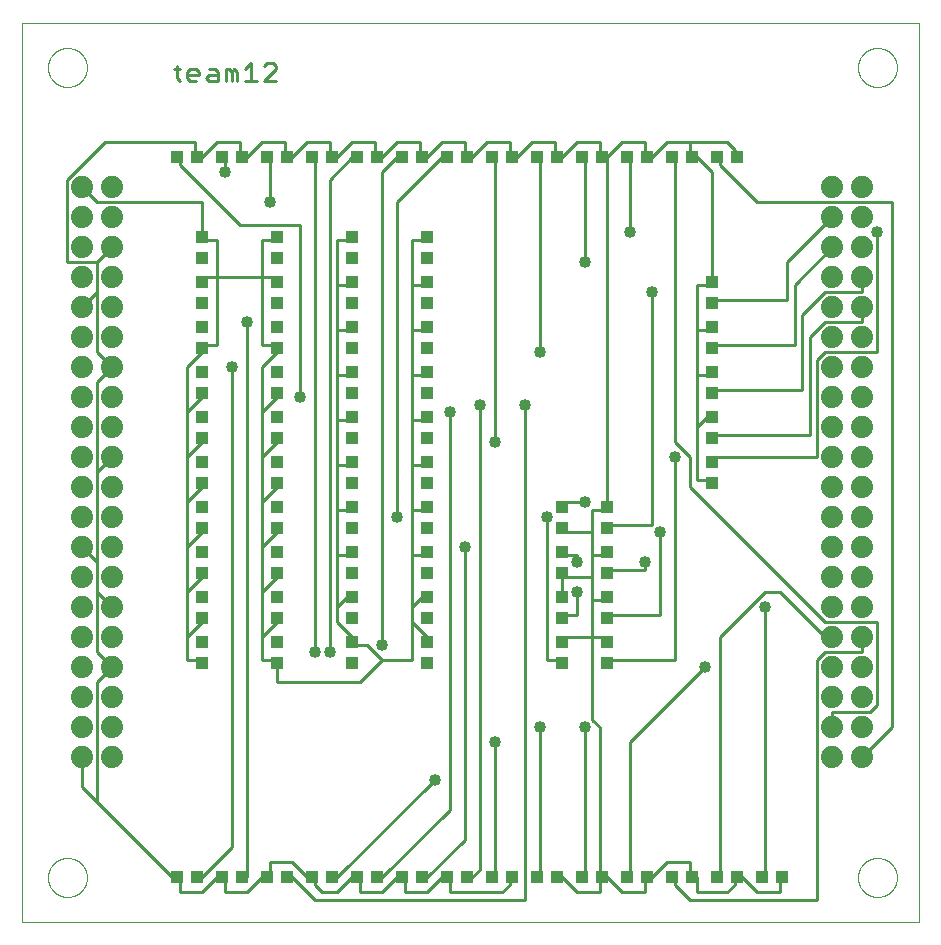
<source format=gtl>
G75*
%MOIN*%
%OFA0B0*%
%FSLAX25Y25*%
%IPPOS*%
%LPD*%
%AMOC8*
5,1,8,0,0,1.08239X$1,22.5*
%
%ADD10C,0.00000*%
%ADD11C,0.01100*%
%ADD12R,0.03937X0.04331*%
%ADD13R,0.04331X0.03937*%
%ADD14C,0.07400*%
%ADD15C,0.01000*%
%ADD16C,0.04000*%
D10*
X0483333Y0001000D02*
X0483333Y0300961D01*
X0782034Y0300961D01*
X0782034Y0001000D01*
X0483333Y0001000D01*
X0491833Y0016000D02*
X0491835Y0016161D01*
X0491841Y0016321D01*
X0491851Y0016482D01*
X0491865Y0016642D01*
X0491883Y0016802D01*
X0491904Y0016961D01*
X0491930Y0017120D01*
X0491960Y0017278D01*
X0491993Y0017435D01*
X0492031Y0017592D01*
X0492072Y0017747D01*
X0492117Y0017901D01*
X0492166Y0018054D01*
X0492219Y0018206D01*
X0492275Y0018357D01*
X0492336Y0018506D01*
X0492399Y0018654D01*
X0492467Y0018800D01*
X0492538Y0018944D01*
X0492612Y0019086D01*
X0492690Y0019227D01*
X0492772Y0019365D01*
X0492857Y0019502D01*
X0492945Y0019636D01*
X0493037Y0019768D01*
X0493132Y0019898D01*
X0493230Y0020026D01*
X0493331Y0020151D01*
X0493435Y0020273D01*
X0493542Y0020393D01*
X0493652Y0020510D01*
X0493765Y0020625D01*
X0493881Y0020736D01*
X0494000Y0020845D01*
X0494121Y0020950D01*
X0494245Y0021053D01*
X0494371Y0021153D01*
X0494499Y0021249D01*
X0494630Y0021342D01*
X0494764Y0021432D01*
X0494899Y0021519D01*
X0495037Y0021602D01*
X0495176Y0021682D01*
X0495318Y0021758D01*
X0495461Y0021831D01*
X0495606Y0021900D01*
X0495753Y0021966D01*
X0495901Y0022028D01*
X0496051Y0022086D01*
X0496202Y0022141D01*
X0496355Y0022192D01*
X0496509Y0022239D01*
X0496664Y0022282D01*
X0496820Y0022321D01*
X0496976Y0022357D01*
X0497134Y0022388D01*
X0497292Y0022416D01*
X0497451Y0022440D01*
X0497611Y0022460D01*
X0497771Y0022476D01*
X0497931Y0022488D01*
X0498092Y0022496D01*
X0498253Y0022500D01*
X0498413Y0022500D01*
X0498574Y0022496D01*
X0498735Y0022488D01*
X0498895Y0022476D01*
X0499055Y0022460D01*
X0499215Y0022440D01*
X0499374Y0022416D01*
X0499532Y0022388D01*
X0499690Y0022357D01*
X0499846Y0022321D01*
X0500002Y0022282D01*
X0500157Y0022239D01*
X0500311Y0022192D01*
X0500464Y0022141D01*
X0500615Y0022086D01*
X0500765Y0022028D01*
X0500913Y0021966D01*
X0501060Y0021900D01*
X0501205Y0021831D01*
X0501348Y0021758D01*
X0501490Y0021682D01*
X0501629Y0021602D01*
X0501767Y0021519D01*
X0501902Y0021432D01*
X0502036Y0021342D01*
X0502167Y0021249D01*
X0502295Y0021153D01*
X0502421Y0021053D01*
X0502545Y0020950D01*
X0502666Y0020845D01*
X0502785Y0020736D01*
X0502901Y0020625D01*
X0503014Y0020510D01*
X0503124Y0020393D01*
X0503231Y0020273D01*
X0503335Y0020151D01*
X0503436Y0020026D01*
X0503534Y0019898D01*
X0503629Y0019768D01*
X0503721Y0019636D01*
X0503809Y0019502D01*
X0503894Y0019365D01*
X0503976Y0019227D01*
X0504054Y0019086D01*
X0504128Y0018944D01*
X0504199Y0018800D01*
X0504267Y0018654D01*
X0504330Y0018506D01*
X0504391Y0018357D01*
X0504447Y0018206D01*
X0504500Y0018054D01*
X0504549Y0017901D01*
X0504594Y0017747D01*
X0504635Y0017592D01*
X0504673Y0017435D01*
X0504706Y0017278D01*
X0504736Y0017120D01*
X0504762Y0016961D01*
X0504783Y0016802D01*
X0504801Y0016642D01*
X0504815Y0016482D01*
X0504825Y0016321D01*
X0504831Y0016161D01*
X0504833Y0016000D01*
X0504831Y0015839D01*
X0504825Y0015679D01*
X0504815Y0015518D01*
X0504801Y0015358D01*
X0504783Y0015198D01*
X0504762Y0015039D01*
X0504736Y0014880D01*
X0504706Y0014722D01*
X0504673Y0014565D01*
X0504635Y0014408D01*
X0504594Y0014253D01*
X0504549Y0014099D01*
X0504500Y0013946D01*
X0504447Y0013794D01*
X0504391Y0013643D01*
X0504330Y0013494D01*
X0504267Y0013346D01*
X0504199Y0013200D01*
X0504128Y0013056D01*
X0504054Y0012914D01*
X0503976Y0012773D01*
X0503894Y0012635D01*
X0503809Y0012498D01*
X0503721Y0012364D01*
X0503629Y0012232D01*
X0503534Y0012102D01*
X0503436Y0011974D01*
X0503335Y0011849D01*
X0503231Y0011727D01*
X0503124Y0011607D01*
X0503014Y0011490D01*
X0502901Y0011375D01*
X0502785Y0011264D01*
X0502666Y0011155D01*
X0502545Y0011050D01*
X0502421Y0010947D01*
X0502295Y0010847D01*
X0502167Y0010751D01*
X0502036Y0010658D01*
X0501902Y0010568D01*
X0501767Y0010481D01*
X0501629Y0010398D01*
X0501490Y0010318D01*
X0501348Y0010242D01*
X0501205Y0010169D01*
X0501060Y0010100D01*
X0500913Y0010034D01*
X0500765Y0009972D01*
X0500615Y0009914D01*
X0500464Y0009859D01*
X0500311Y0009808D01*
X0500157Y0009761D01*
X0500002Y0009718D01*
X0499846Y0009679D01*
X0499690Y0009643D01*
X0499532Y0009612D01*
X0499374Y0009584D01*
X0499215Y0009560D01*
X0499055Y0009540D01*
X0498895Y0009524D01*
X0498735Y0009512D01*
X0498574Y0009504D01*
X0498413Y0009500D01*
X0498253Y0009500D01*
X0498092Y0009504D01*
X0497931Y0009512D01*
X0497771Y0009524D01*
X0497611Y0009540D01*
X0497451Y0009560D01*
X0497292Y0009584D01*
X0497134Y0009612D01*
X0496976Y0009643D01*
X0496820Y0009679D01*
X0496664Y0009718D01*
X0496509Y0009761D01*
X0496355Y0009808D01*
X0496202Y0009859D01*
X0496051Y0009914D01*
X0495901Y0009972D01*
X0495753Y0010034D01*
X0495606Y0010100D01*
X0495461Y0010169D01*
X0495318Y0010242D01*
X0495176Y0010318D01*
X0495037Y0010398D01*
X0494899Y0010481D01*
X0494764Y0010568D01*
X0494630Y0010658D01*
X0494499Y0010751D01*
X0494371Y0010847D01*
X0494245Y0010947D01*
X0494121Y0011050D01*
X0494000Y0011155D01*
X0493881Y0011264D01*
X0493765Y0011375D01*
X0493652Y0011490D01*
X0493542Y0011607D01*
X0493435Y0011727D01*
X0493331Y0011849D01*
X0493230Y0011974D01*
X0493132Y0012102D01*
X0493037Y0012232D01*
X0492945Y0012364D01*
X0492857Y0012498D01*
X0492772Y0012635D01*
X0492690Y0012773D01*
X0492612Y0012914D01*
X0492538Y0013056D01*
X0492467Y0013200D01*
X0492399Y0013346D01*
X0492336Y0013494D01*
X0492275Y0013643D01*
X0492219Y0013794D01*
X0492166Y0013946D01*
X0492117Y0014099D01*
X0492072Y0014253D01*
X0492031Y0014408D01*
X0491993Y0014565D01*
X0491960Y0014722D01*
X0491930Y0014880D01*
X0491904Y0015039D01*
X0491883Y0015198D01*
X0491865Y0015358D01*
X0491851Y0015518D01*
X0491841Y0015679D01*
X0491835Y0015839D01*
X0491833Y0016000D01*
X0761833Y0016000D02*
X0761835Y0016161D01*
X0761841Y0016321D01*
X0761851Y0016482D01*
X0761865Y0016642D01*
X0761883Y0016802D01*
X0761904Y0016961D01*
X0761930Y0017120D01*
X0761960Y0017278D01*
X0761993Y0017435D01*
X0762031Y0017592D01*
X0762072Y0017747D01*
X0762117Y0017901D01*
X0762166Y0018054D01*
X0762219Y0018206D01*
X0762275Y0018357D01*
X0762336Y0018506D01*
X0762399Y0018654D01*
X0762467Y0018800D01*
X0762538Y0018944D01*
X0762612Y0019086D01*
X0762690Y0019227D01*
X0762772Y0019365D01*
X0762857Y0019502D01*
X0762945Y0019636D01*
X0763037Y0019768D01*
X0763132Y0019898D01*
X0763230Y0020026D01*
X0763331Y0020151D01*
X0763435Y0020273D01*
X0763542Y0020393D01*
X0763652Y0020510D01*
X0763765Y0020625D01*
X0763881Y0020736D01*
X0764000Y0020845D01*
X0764121Y0020950D01*
X0764245Y0021053D01*
X0764371Y0021153D01*
X0764499Y0021249D01*
X0764630Y0021342D01*
X0764764Y0021432D01*
X0764899Y0021519D01*
X0765037Y0021602D01*
X0765176Y0021682D01*
X0765318Y0021758D01*
X0765461Y0021831D01*
X0765606Y0021900D01*
X0765753Y0021966D01*
X0765901Y0022028D01*
X0766051Y0022086D01*
X0766202Y0022141D01*
X0766355Y0022192D01*
X0766509Y0022239D01*
X0766664Y0022282D01*
X0766820Y0022321D01*
X0766976Y0022357D01*
X0767134Y0022388D01*
X0767292Y0022416D01*
X0767451Y0022440D01*
X0767611Y0022460D01*
X0767771Y0022476D01*
X0767931Y0022488D01*
X0768092Y0022496D01*
X0768253Y0022500D01*
X0768413Y0022500D01*
X0768574Y0022496D01*
X0768735Y0022488D01*
X0768895Y0022476D01*
X0769055Y0022460D01*
X0769215Y0022440D01*
X0769374Y0022416D01*
X0769532Y0022388D01*
X0769690Y0022357D01*
X0769846Y0022321D01*
X0770002Y0022282D01*
X0770157Y0022239D01*
X0770311Y0022192D01*
X0770464Y0022141D01*
X0770615Y0022086D01*
X0770765Y0022028D01*
X0770913Y0021966D01*
X0771060Y0021900D01*
X0771205Y0021831D01*
X0771348Y0021758D01*
X0771490Y0021682D01*
X0771629Y0021602D01*
X0771767Y0021519D01*
X0771902Y0021432D01*
X0772036Y0021342D01*
X0772167Y0021249D01*
X0772295Y0021153D01*
X0772421Y0021053D01*
X0772545Y0020950D01*
X0772666Y0020845D01*
X0772785Y0020736D01*
X0772901Y0020625D01*
X0773014Y0020510D01*
X0773124Y0020393D01*
X0773231Y0020273D01*
X0773335Y0020151D01*
X0773436Y0020026D01*
X0773534Y0019898D01*
X0773629Y0019768D01*
X0773721Y0019636D01*
X0773809Y0019502D01*
X0773894Y0019365D01*
X0773976Y0019227D01*
X0774054Y0019086D01*
X0774128Y0018944D01*
X0774199Y0018800D01*
X0774267Y0018654D01*
X0774330Y0018506D01*
X0774391Y0018357D01*
X0774447Y0018206D01*
X0774500Y0018054D01*
X0774549Y0017901D01*
X0774594Y0017747D01*
X0774635Y0017592D01*
X0774673Y0017435D01*
X0774706Y0017278D01*
X0774736Y0017120D01*
X0774762Y0016961D01*
X0774783Y0016802D01*
X0774801Y0016642D01*
X0774815Y0016482D01*
X0774825Y0016321D01*
X0774831Y0016161D01*
X0774833Y0016000D01*
X0774831Y0015839D01*
X0774825Y0015679D01*
X0774815Y0015518D01*
X0774801Y0015358D01*
X0774783Y0015198D01*
X0774762Y0015039D01*
X0774736Y0014880D01*
X0774706Y0014722D01*
X0774673Y0014565D01*
X0774635Y0014408D01*
X0774594Y0014253D01*
X0774549Y0014099D01*
X0774500Y0013946D01*
X0774447Y0013794D01*
X0774391Y0013643D01*
X0774330Y0013494D01*
X0774267Y0013346D01*
X0774199Y0013200D01*
X0774128Y0013056D01*
X0774054Y0012914D01*
X0773976Y0012773D01*
X0773894Y0012635D01*
X0773809Y0012498D01*
X0773721Y0012364D01*
X0773629Y0012232D01*
X0773534Y0012102D01*
X0773436Y0011974D01*
X0773335Y0011849D01*
X0773231Y0011727D01*
X0773124Y0011607D01*
X0773014Y0011490D01*
X0772901Y0011375D01*
X0772785Y0011264D01*
X0772666Y0011155D01*
X0772545Y0011050D01*
X0772421Y0010947D01*
X0772295Y0010847D01*
X0772167Y0010751D01*
X0772036Y0010658D01*
X0771902Y0010568D01*
X0771767Y0010481D01*
X0771629Y0010398D01*
X0771490Y0010318D01*
X0771348Y0010242D01*
X0771205Y0010169D01*
X0771060Y0010100D01*
X0770913Y0010034D01*
X0770765Y0009972D01*
X0770615Y0009914D01*
X0770464Y0009859D01*
X0770311Y0009808D01*
X0770157Y0009761D01*
X0770002Y0009718D01*
X0769846Y0009679D01*
X0769690Y0009643D01*
X0769532Y0009612D01*
X0769374Y0009584D01*
X0769215Y0009560D01*
X0769055Y0009540D01*
X0768895Y0009524D01*
X0768735Y0009512D01*
X0768574Y0009504D01*
X0768413Y0009500D01*
X0768253Y0009500D01*
X0768092Y0009504D01*
X0767931Y0009512D01*
X0767771Y0009524D01*
X0767611Y0009540D01*
X0767451Y0009560D01*
X0767292Y0009584D01*
X0767134Y0009612D01*
X0766976Y0009643D01*
X0766820Y0009679D01*
X0766664Y0009718D01*
X0766509Y0009761D01*
X0766355Y0009808D01*
X0766202Y0009859D01*
X0766051Y0009914D01*
X0765901Y0009972D01*
X0765753Y0010034D01*
X0765606Y0010100D01*
X0765461Y0010169D01*
X0765318Y0010242D01*
X0765176Y0010318D01*
X0765037Y0010398D01*
X0764899Y0010481D01*
X0764764Y0010568D01*
X0764630Y0010658D01*
X0764499Y0010751D01*
X0764371Y0010847D01*
X0764245Y0010947D01*
X0764121Y0011050D01*
X0764000Y0011155D01*
X0763881Y0011264D01*
X0763765Y0011375D01*
X0763652Y0011490D01*
X0763542Y0011607D01*
X0763435Y0011727D01*
X0763331Y0011849D01*
X0763230Y0011974D01*
X0763132Y0012102D01*
X0763037Y0012232D01*
X0762945Y0012364D01*
X0762857Y0012498D01*
X0762772Y0012635D01*
X0762690Y0012773D01*
X0762612Y0012914D01*
X0762538Y0013056D01*
X0762467Y0013200D01*
X0762399Y0013346D01*
X0762336Y0013494D01*
X0762275Y0013643D01*
X0762219Y0013794D01*
X0762166Y0013946D01*
X0762117Y0014099D01*
X0762072Y0014253D01*
X0762031Y0014408D01*
X0761993Y0014565D01*
X0761960Y0014722D01*
X0761930Y0014880D01*
X0761904Y0015039D01*
X0761883Y0015198D01*
X0761865Y0015358D01*
X0761851Y0015518D01*
X0761841Y0015679D01*
X0761835Y0015839D01*
X0761833Y0016000D01*
X0761833Y0286000D02*
X0761835Y0286161D01*
X0761841Y0286321D01*
X0761851Y0286482D01*
X0761865Y0286642D01*
X0761883Y0286802D01*
X0761904Y0286961D01*
X0761930Y0287120D01*
X0761960Y0287278D01*
X0761993Y0287435D01*
X0762031Y0287592D01*
X0762072Y0287747D01*
X0762117Y0287901D01*
X0762166Y0288054D01*
X0762219Y0288206D01*
X0762275Y0288357D01*
X0762336Y0288506D01*
X0762399Y0288654D01*
X0762467Y0288800D01*
X0762538Y0288944D01*
X0762612Y0289086D01*
X0762690Y0289227D01*
X0762772Y0289365D01*
X0762857Y0289502D01*
X0762945Y0289636D01*
X0763037Y0289768D01*
X0763132Y0289898D01*
X0763230Y0290026D01*
X0763331Y0290151D01*
X0763435Y0290273D01*
X0763542Y0290393D01*
X0763652Y0290510D01*
X0763765Y0290625D01*
X0763881Y0290736D01*
X0764000Y0290845D01*
X0764121Y0290950D01*
X0764245Y0291053D01*
X0764371Y0291153D01*
X0764499Y0291249D01*
X0764630Y0291342D01*
X0764764Y0291432D01*
X0764899Y0291519D01*
X0765037Y0291602D01*
X0765176Y0291682D01*
X0765318Y0291758D01*
X0765461Y0291831D01*
X0765606Y0291900D01*
X0765753Y0291966D01*
X0765901Y0292028D01*
X0766051Y0292086D01*
X0766202Y0292141D01*
X0766355Y0292192D01*
X0766509Y0292239D01*
X0766664Y0292282D01*
X0766820Y0292321D01*
X0766976Y0292357D01*
X0767134Y0292388D01*
X0767292Y0292416D01*
X0767451Y0292440D01*
X0767611Y0292460D01*
X0767771Y0292476D01*
X0767931Y0292488D01*
X0768092Y0292496D01*
X0768253Y0292500D01*
X0768413Y0292500D01*
X0768574Y0292496D01*
X0768735Y0292488D01*
X0768895Y0292476D01*
X0769055Y0292460D01*
X0769215Y0292440D01*
X0769374Y0292416D01*
X0769532Y0292388D01*
X0769690Y0292357D01*
X0769846Y0292321D01*
X0770002Y0292282D01*
X0770157Y0292239D01*
X0770311Y0292192D01*
X0770464Y0292141D01*
X0770615Y0292086D01*
X0770765Y0292028D01*
X0770913Y0291966D01*
X0771060Y0291900D01*
X0771205Y0291831D01*
X0771348Y0291758D01*
X0771490Y0291682D01*
X0771629Y0291602D01*
X0771767Y0291519D01*
X0771902Y0291432D01*
X0772036Y0291342D01*
X0772167Y0291249D01*
X0772295Y0291153D01*
X0772421Y0291053D01*
X0772545Y0290950D01*
X0772666Y0290845D01*
X0772785Y0290736D01*
X0772901Y0290625D01*
X0773014Y0290510D01*
X0773124Y0290393D01*
X0773231Y0290273D01*
X0773335Y0290151D01*
X0773436Y0290026D01*
X0773534Y0289898D01*
X0773629Y0289768D01*
X0773721Y0289636D01*
X0773809Y0289502D01*
X0773894Y0289365D01*
X0773976Y0289227D01*
X0774054Y0289086D01*
X0774128Y0288944D01*
X0774199Y0288800D01*
X0774267Y0288654D01*
X0774330Y0288506D01*
X0774391Y0288357D01*
X0774447Y0288206D01*
X0774500Y0288054D01*
X0774549Y0287901D01*
X0774594Y0287747D01*
X0774635Y0287592D01*
X0774673Y0287435D01*
X0774706Y0287278D01*
X0774736Y0287120D01*
X0774762Y0286961D01*
X0774783Y0286802D01*
X0774801Y0286642D01*
X0774815Y0286482D01*
X0774825Y0286321D01*
X0774831Y0286161D01*
X0774833Y0286000D01*
X0774831Y0285839D01*
X0774825Y0285679D01*
X0774815Y0285518D01*
X0774801Y0285358D01*
X0774783Y0285198D01*
X0774762Y0285039D01*
X0774736Y0284880D01*
X0774706Y0284722D01*
X0774673Y0284565D01*
X0774635Y0284408D01*
X0774594Y0284253D01*
X0774549Y0284099D01*
X0774500Y0283946D01*
X0774447Y0283794D01*
X0774391Y0283643D01*
X0774330Y0283494D01*
X0774267Y0283346D01*
X0774199Y0283200D01*
X0774128Y0283056D01*
X0774054Y0282914D01*
X0773976Y0282773D01*
X0773894Y0282635D01*
X0773809Y0282498D01*
X0773721Y0282364D01*
X0773629Y0282232D01*
X0773534Y0282102D01*
X0773436Y0281974D01*
X0773335Y0281849D01*
X0773231Y0281727D01*
X0773124Y0281607D01*
X0773014Y0281490D01*
X0772901Y0281375D01*
X0772785Y0281264D01*
X0772666Y0281155D01*
X0772545Y0281050D01*
X0772421Y0280947D01*
X0772295Y0280847D01*
X0772167Y0280751D01*
X0772036Y0280658D01*
X0771902Y0280568D01*
X0771767Y0280481D01*
X0771629Y0280398D01*
X0771490Y0280318D01*
X0771348Y0280242D01*
X0771205Y0280169D01*
X0771060Y0280100D01*
X0770913Y0280034D01*
X0770765Y0279972D01*
X0770615Y0279914D01*
X0770464Y0279859D01*
X0770311Y0279808D01*
X0770157Y0279761D01*
X0770002Y0279718D01*
X0769846Y0279679D01*
X0769690Y0279643D01*
X0769532Y0279612D01*
X0769374Y0279584D01*
X0769215Y0279560D01*
X0769055Y0279540D01*
X0768895Y0279524D01*
X0768735Y0279512D01*
X0768574Y0279504D01*
X0768413Y0279500D01*
X0768253Y0279500D01*
X0768092Y0279504D01*
X0767931Y0279512D01*
X0767771Y0279524D01*
X0767611Y0279540D01*
X0767451Y0279560D01*
X0767292Y0279584D01*
X0767134Y0279612D01*
X0766976Y0279643D01*
X0766820Y0279679D01*
X0766664Y0279718D01*
X0766509Y0279761D01*
X0766355Y0279808D01*
X0766202Y0279859D01*
X0766051Y0279914D01*
X0765901Y0279972D01*
X0765753Y0280034D01*
X0765606Y0280100D01*
X0765461Y0280169D01*
X0765318Y0280242D01*
X0765176Y0280318D01*
X0765037Y0280398D01*
X0764899Y0280481D01*
X0764764Y0280568D01*
X0764630Y0280658D01*
X0764499Y0280751D01*
X0764371Y0280847D01*
X0764245Y0280947D01*
X0764121Y0281050D01*
X0764000Y0281155D01*
X0763881Y0281264D01*
X0763765Y0281375D01*
X0763652Y0281490D01*
X0763542Y0281607D01*
X0763435Y0281727D01*
X0763331Y0281849D01*
X0763230Y0281974D01*
X0763132Y0282102D01*
X0763037Y0282232D01*
X0762945Y0282364D01*
X0762857Y0282498D01*
X0762772Y0282635D01*
X0762690Y0282773D01*
X0762612Y0282914D01*
X0762538Y0283056D01*
X0762467Y0283200D01*
X0762399Y0283346D01*
X0762336Y0283494D01*
X0762275Y0283643D01*
X0762219Y0283794D01*
X0762166Y0283946D01*
X0762117Y0284099D01*
X0762072Y0284253D01*
X0762031Y0284408D01*
X0761993Y0284565D01*
X0761960Y0284722D01*
X0761930Y0284880D01*
X0761904Y0285039D01*
X0761883Y0285198D01*
X0761865Y0285358D01*
X0761851Y0285518D01*
X0761841Y0285679D01*
X0761835Y0285839D01*
X0761833Y0286000D01*
X0491833Y0286000D02*
X0491835Y0286161D01*
X0491841Y0286321D01*
X0491851Y0286482D01*
X0491865Y0286642D01*
X0491883Y0286802D01*
X0491904Y0286961D01*
X0491930Y0287120D01*
X0491960Y0287278D01*
X0491993Y0287435D01*
X0492031Y0287592D01*
X0492072Y0287747D01*
X0492117Y0287901D01*
X0492166Y0288054D01*
X0492219Y0288206D01*
X0492275Y0288357D01*
X0492336Y0288506D01*
X0492399Y0288654D01*
X0492467Y0288800D01*
X0492538Y0288944D01*
X0492612Y0289086D01*
X0492690Y0289227D01*
X0492772Y0289365D01*
X0492857Y0289502D01*
X0492945Y0289636D01*
X0493037Y0289768D01*
X0493132Y0289898D01*
X0493230Y0290026D01*
X0493331Y0290151D01*
X0493435Y0290273D01*
X0493542Y0290393D01*
X0493652Y0290510D01*
X0493765Y0290625D01*
X0493881Y0290736D01*
X0494000Y0290845D01*
X0494121Y0290950D01*
X0494245Y0291053D01*
X0494371Y0291153D01*
X0494499Y0291249D01*
X0494630Y0291342D01*
X0494764Y0291432D01*
X0494899Y0291519D01*
X0495037Y0291602D01*
X0495176Y0291682D01*
X0495318Y0291758D01*
X0495461Y0291831D01*
X0495606Y0291900D01*
X0495753Y0291966D01*
X0495901Y0292028D01*
X0496051Y0292086D01*
X0496202Y0292141D01*
X0496355Y0292192D01*
X0496509Y0292239D01*
X0496664Y0292282D01*
X0496820Y0292321D01*
X0496976Y0292357D01*
X0497134Y0292388D01*
X0497292Y0292416D01*
X0497451Y0292440D01*
X0497611Y0292460D01*
X0497771Y0292476D01*
X0497931Y0292488D01*
X0498092Y0292496D01*
X0498253Y0292500D01*
X0498413Y0292500D01*
X0498574Y0292496D01*
X0498735Y0292488D01*
X0498895Y0292476D01*
X0499055Y0292460D01*
X0499215Y0292440D01*
X0499374Y0292416D01*
X0499532Y0292388D01*
X0499690Y0292357D01*
X0499846Y0292321D01*
X0500002Y0292282D01*
X0500157Y0292239D01*
X0500311Y0292192D01*
X0500464Y0292141D01*
X0500615Y0292086D01*
X0500765Y0292028D01*
X0500913Y0291966D01*
X0501060Y0291900D01*
X0501205Y0291831D01*
X0501348Y0291758D01*
X0501490Y0291682D01*
X0501629Y0291602D01*
X0501767Y0291519D01*
X0501902Y0291432D01*
X0502036Y0291342D01*
X0502167Y0291249D01*
X0502295Y0291153D01*
X0502421Y0291053D01*
X0502545Y0290950D01*
X0502666Y0290845D01*
X0502785Y0290736D01*
X0502901Y0290625D01*
X0503014Y0290510D01*
X0503124Y0290393D01*
X0503231Y0290273D01*
X0503335Y0290151D01*
X0503436Y0290026D01*
X0503534Y0289898D01*
X0503629Y0289768D01*
X0503721Y0289636D01*
X0503809Y0289502D01*
X0503894Y0289365D01*
X0503976Y0289227D01*
X0504054Y0289086D01*
X0504128Y0288944D01*
X0504199Y0288800D01*
X0504267Y0288654D01*
X0504330Y0288506D01*
X0504391Y0288357D01*
X0504447Y0288206D01*
X0504500Y0288054D01*
X0504549Y0287901D01*
X0504594Y0287747D01*
X0504635Y0287592D01*
X0504673Y0287435D01*
X0504706Y0287278D01*
X0504736Y0287120D01*
X0504762Y0286961D01*
X0504783Y0286802D01*
X0504801Y0286642D01*
X0504815Y0286482D01*
X0504825Y0286321D01*
X0504831Y0286161D01*
X0504833Y0286000D01*
X0504831Y0285839D01*
X0504825Y0285679D01*
X0504815Y0285518D01*
X0504801Y0285358D01*
X0504783Y0285198D01*
X0504762Y0285039D01*
X0504736Y0284880D01*
X0504706Y0284722D01*
X0504673Y0284565D01*
X0504635Y0284408D01*
X0504594Y0284253D01*
X0504549Y0284099D01*
X0504500Y0283946D01*
X0504447Y0283794D01*
X0504391Y0283643D01*
X0504330Y0283494D01*
X0504267Y0283346D01*
X0504199Y0283200D01*
X0504128Y0283056D01*
X0504054Y0282914D01*
X0503976Y0282773D01*
X0503894Y0282635D01*
X0503809Y0282498D01*
X0503721Y0282364D01*
X0503629Y0282232D01*
X0503534Y0282102D01*
X0503436Y0281974D01*
X0503335Y0281849D01*
X0503231Y0281727D01*
X0503124Y0281607D01*
X0503014Y0281490D01*
X0502901Y0281375D01*
X0502785Y0281264D01*
X0502666Y0281155D01*
X0502545Y0281050D01*
X0502421Y0280947D01*
X0502295Y0280847D01*
X0502167Y0280751D01*
X0502036Y0280658D01*
X0501902Y0280568D01*
X0501767Y0280481D01*
X0501629Y0280398D01*
X0501490Y0280318D01*
X0501348Y0280242D01*
X0501205Y0280169D01*
X0501060Y0280100D01*
X0500913Y0280034D01*
X0500765Y0279972D01*
X0500615Y0279914D01*
X0500464Y0279859D01*
X0500311Y0279808D01*
X0500157Y0279761D01*
X0500002Y0279718D01*
X0499846Y0279679D01*
X0499690Y0279643D01*
X0499532Y0279612D01*
X0499374Y0279584D01*
X0499215Y0279560D01*
X0499055Y0279540D01*
X0498895Y0279524D01*
X0498735Y0279512D01*
X0498574Y0279504D01*
X0498413Y0279500D01*
X0498253Y0279500D01*
X0498092Y0279504D01*
X0497931Y0279512D01*
X0497771Y0279524D01*
X0497611Y0279540D01*
X0497451Y0279560D01*
X0497292Y0279584D01*
X0497134Y0279612D01*
X0496976Y0279643D01*
X0496820Y0279679D01*
X0496664Y0279718D01*
X0496509Y0279761D01*
X0496355Y0279808D01*
X0496202Y0279859D01*
X0496051Y0279914D01*
X0495901Y0279972D01*
X0495753Y0280034D01*
X0495606Y0280100D01*
X0495461Y0280169D01*
X0495318Y0280242D01*
X0495176Y0280318D01*
X0495037Y0280398D01*
X0494899Y0280481D01*
X0494764Y0280568D01*
X0494630Y0280658D01*
X0494499Y0280751D01*
X0494371Y0280847D01*
X0494245Y0280947D01*
X0494121Y0281050D01*
X0494000Y0281155D01*
X0493881Y0281264D01*
X0493765Y0281375D01*
X0493652Y0281490D01*
X0493542Y0281607D01*
X0493435Y0281727D01*
X0493331Y0281849D01*
X0493230Y0281974D01*
X0493132Y0282102D01*
X0493037Y0282232D01*
X0492945Y0282364D01*
X0492857Y0282498D01*
X0492772Y0282635D01*
X0492690Y0282773D01*
X0492612Y0282914D01*
X0492538Y0283056D01*
X0492467Y0283200D01*
X0492399Y0283346D01*
X0492336Y0283494D01*
X0492275Y0283643D01*
X0492219Y0283794D01*
X0492166Y0283946D01*
X0492117Y0284099D01*
X0492072Y0284253D01*
X0492031Y0284408D01*
X0491993Y0284565D01*
X0491960Y0284722D01*
X0491930Y0284880D01*
X0491904Y0285039D01*
X0491883Y0285198D01*
X0491865Y0285358D01*
X0491851Y0285518D01*
X0491841Y0285679D01*
X0491835Y0285839D01*
X0491833Y0286000D01*
D11*
X0533883Y0285487D02*
X0535852Y0285487D01*
X0534867Y0286471D02*
X0534867Y0282534D01*
X0535852Y0281550D01*
X0538180Y0282534D02*
X0538180Y0284503D01*
X0539164Y0285487D01*
X0541133Y0285487D01*
X0542117Y0284503D01*
X0542117Y0283518D01*
X0538180Y0283518D01*
X0538180Y0282534D02*
X0539164Y0281550D01*
X0541133Y0281550D01*
X0544626Y0282534D02*
X0545610Y0283518D01*
X0548563Y0283518D01*
X0548563Y0284503D02*
X0548563Y0281550D01*
X0545610Y0281550D01*
X0544626Y0282534D01*
X0545610Y0285487D02*
X0547578Y0285487D01*
X0548563Y0284503D01*
X0551071Y0285487D02*
X0552055Y0285487D01*
X0553040Y0284503D01*
X0554024Y0285487D01*
X0555008Y0284503D01*
X0555008Y0281550D01*
X0553040Y0281550D02*
X0553040Y0284503D01*
X0551071Y0285487D02*
X0551071Y0281550D01*
X0557517Y0281550D02*
X0561454Y0281550D01*
X0559485Y0281550D02*
X0559485Y0287455D01*
X0557517Y0285487D01*
X0563962Y0286471D02*
X0564946Y0287455D01*
X0566915Y0287455D01*
X0567899Y0286471D01*
X0567899Y0285487D01*
X0563962Y0281550D01*
X0567899Y0281550D01*
D12*
X0568333Y0229346D03*
X0568333Y0222654D03*
X0568333Y0214346D03*
X0568333Y0207654D03*
X0568333Y0199346D03*
X0568333Y0192654D03*
X0568333Y0184346D03*
X0568333Y0177654D03*
X0568333Y0169346D03*
X0568333Y0162654D03*
X0568333Y0154346D03*
X0568333Y0147654D03*
X0568333Y0139346D03*
X0568333Y0132654D03*
X0568333Y0124346D03*
X0568333Y0117654D03*
X0568333Y0109346D03*
X0568333Y0102654D03*
X0568333Y0094346D03*
X0568333Y0087654D03*
X0543333Y0087654D03*
X0543333Y0094346D03*
X0543333Y0102654D03*
X0543333Y0109346D03*
X0543333Y0117654D03*
X0543333Y0124346D03*
X0543333Y0132654D03*
X0543333Y0139346D03*
X0543333Y0147654D03*
X0543333Y0154346D03*
X0543333Y0162654D03*
X0543333Y0169346D03*
X0543333Y0177654D03*
X0543333Y0184346D03*
X0543333Y0192654D03*
X0543333Y0199346D03*
X0543333Y0207654D03*
X0543333Y0214346D03*
X0543333Y0222654D03*
X0543333Y0229346D03*
X0593333Y0229346D03*
X0593333Y0222654D03*
X0593333Y0214346D03*
X0593333Y0207654D03*
X0593333Y0199346D03*
X0593333Y0192654D03*
X0593333Y0184346D03*
X0593333Y0177654D03*
X0593333Y0169346D03*
X0593333Y0162654D03*
X0593333Y0154346D03*
X0593333Y0147654D03*
X0593333Y0139346D03*
X0593333Y0132654D03*
X0593333Y0124346D03*
X0593333Y0117654D03*
X0593333Y0109346D03*
X0593333Y0102654D03*
X0593333Y0094346D03*
X0593333Y0087654D03*
X0618333Y0087654D03*
X0618333Y0094346D03*
X0618333Y0102654D03*
X0618333Y0109346D03*
X0618333Y0117654D03*
X0618333Y0124346D03*
X0618333Y0132654D03*
X0618333Y0139346D03*
X0618333Y0147654D03*
X0618333Y0154346D03*
X0618333Y0162654D03*
X0618333Y0169346D03*
X0618333Y0177654D03*
X0618333Y0184346D03*
X0618333Y0192654D03*
X0618333Y0199346D03*
X0618333Y0207654D03*
X0618333Y0214346D03*
X0618333Y0222654D03*
X0618333Y0229346D03*
X0713333Y0214346D03*
X0713333Y0207654D03*
X0713333Y0199346D03*
X0713333Y0192654D03*
X0713333Y0184346D03*
X0713333Y0177654D03*
X0713333Y0169346D03*
X0713333Y0162654D03*
X0713333Y0154346D03*
X0713333Y0147654D03*
X0678333Y0139346D03*
X0663333Y0139346D03*
X0663333Y0132654D03*
X0663333Y0124346D03*
X0678333Y0124346D03*
X0678333Y0132654D03*
X0678333Y0117654D03*
X0678333Y0109346D03*
X0663333Y0109346D03*
X0663333Y0117654D03*
X0663333Y0102654D03*
X0663333Y0094346D03*
X0663333Y0087654D03*
X0678333Y0087654D03*
X0678333Y0094346D03*
X0678333Y0102654D03*
D13*
X0676680Y0016000D03*
X0669987Y0016000D03*
X0661680Y0016000D03*
X0654987Y0016000D03*
X0646680Y0016000D03*
X0639987Y0016000D03*
X0631680Y0016000D03*
X0624987Y0016000D03*
X0616680Y0016000D03*
X0609987Y0016000D03*
X0601680Y0016000D03*
X0594987Y0016000D03*
X0586680Y0016000D03*
X0579987Y0016000D03*
X0571680Y0016000D03*
X0564987Y0016000D03*
X0556680Y0016000D03*
X0549987Y0016000D03*
X0541680Y0016000D03*
X0534987Y0016000D03*
X0684987Y0016000D03*
X0691680Y0016000D03*
X0699987Y0016000D03*
X0706680Y0016000D03*
X0714987Y0016000D03*
X0721680Y0016000D03*
X0729987Y0016000D03*
X0736680Y0016000D03*
X0721680Y0256000D03*
X0714987Y0256000D03*
X0706680Y0256000D03*
X0699987Y0256000D03*
X0691680Y0256000D03*
X0684987Y0256000D03*
X0676680Y0256000D03*
X0669987Y0256000D03*
X0661680Y0256000D03*
X0654987Y0256000D03*
X0646680Y0256000D03*
X0639987Y0256000D03*
X0631680Y0256000D03*
X0624987Y0256000D03*
X0616680Y0256000D03*
X0609987Y0256000D03*
X0601680Y0256000D03*
X0594987Y0256000D03*
X0586680Y0256000D03*
X0579987Y0256000D03*
X0571680Y0256000D03*
X0564987Y0256000D03*
X0556680Y0256000D03*
X0549987Y0256000D03*
X0541680Y0256000D03*
X0534987Y0256000D03*
D14*
X0513333Y0246000D03*
X0503333Y0246000D03*
X0503333Y0236000D03*
X0513333Y0236000D03*
X0513333Y0226000D03*
X0503333Y0226000D03*
X0503333Y0216000D03*
X0513333Y0216000D03*
X0513333Y0206000D03*
X0503333Y0206000D03*
X0503333Y0196000D03*
X0513333Y0196000D03*
X0513333Y0186000D03*
X0503333Y0186000D03*
X0503333Y0176000D03*
X0513333Y0176000D03*
X0513333Y0166000D03*
X0503333Y0166000D03*
X0503333Y0156000D03*
X0513333Y0156000D03*
X0513333Y0146000D03*
X0503333Y0146000D03*
X0503333Y0136000D03*
X0513333Y0136000D03*
X0513333Y0126000D03*
X0503333Y0126000D03*
X0503333Y0116000D03*
X0513333Y0116000D03*
X0513333Y0106000D03*
X0503333Y0106000D03*
X0503333Y0096000D03*
X0513333Y0096000D03*
X0513333Y0086000D03*
X0503333Y0086000D03*
X0503333Y0076000D03*
X0513333Y0076000D03*
X0513333Y0066000D03*
X0503333Y0066000D03*
X0503333Y0056000D03*
X0513333Y0056000D03*
X0753333Y0056000D03*
X0763333Y0056000D03*
X0763333Y0066000D03*
X0753333Y0066000D03*
X0753333Y0076000D03*
X0763333Y0076000D03*
X0763333Y0086000D03*
X0753333Y0086000D03*
X0753333Y0096000D03*
X0763333Y0096000D03*
X0763333Y0106000D03*
X0753333Y0106000D03*
X0753333Y0116000D03*
X0763333Y0116000D03*
X0763333Y0126000D03*
X0753333Y0126000D03*
X0753333Y0136000D03*
X0763333Y0136000D03*
X0763333Y0146000D03*
X0753333Y0146000D03*
X0753333Y0156000D03*
X0763333Y0156000D03*
X0763333Y0166000D03*
X0753333Y0166000D03*
X0753333Y0176000D03*
X0763333Y0176000D03*
X0763333Y0186000D03*
X0753333Y0186000D03*
X0753333Y0196000D03*
X0763333Y0196000D03*
X0763333Y0206000D03*
X0753333Y0206000D03*
X0753333Y0216000D03*
X0763333Y0216000D03*
X0763333Y0226000D03*
X0753333Y0226000D03*
X0753333Y0236000D03*
X0763333Y0236000D03*
X0763333Y0246000D03*
X0753333Y0246000D03*
D15*
X0773333Y0241000D02*
X0773333Y0066000D01*
X0763333Y0056000D01*
X0753333Y0066000D02*
X0753333Y0071000D01*
X0765833Y0071000D01*
X0768333Y0073500D01*
X0768333Y0101000D01*
X0750833Y0101000D01*
X0705833Y0146000D01*
X0705833Y0156000D01*
X0700833Y0161000D01*
X0700833Y0256000D01*
X0699987Y0256000D01*
X0698333Y0261000D02*
X0693333Y0256000D01*
X0691680Y0256000D01*
X0690833Y0256000D01*
X0690833Y0261000D01*
X0683333Y0261000D01*
X0678333Y0256000D01*
X0676680Y0256000D01*
X0675833Y0256000D01*
X0675833Y0261000D01*
X0668333Y0261000D01*
X0663333Y0256000D01*
X0661680Y0256000D01*
X0660833Y0256000D01*
X0660833Y0261000D01*
X0653333Y0261000D01*
X0648333Y0256000D01*
X0646680Y0256000D01*
X0645833Y0256000D01*
X0645833Y0261000D01*
X0638333Y0261000D01*
X0633333Y0256000D01*
X0631680Y0256000D01*
X0630833Y0256000D01*
X0630833Y0261000D01*
X0623333Y0261000D01*
X0618333Y0256000D01*
X0616680Y0256000D01*
X0615833Y0256000D01*
X0615833Y0261000D01*
X0608333Y0261000D01*
X0603333Y0256000D01*
X0601680Y0256000D01*
X0600833Y0256000D01*
X0600833Y0261000D01*
X0593333Y0261000D01*
X0588333Y0256000D01*
X0586680Y0256000D01*
X0585833Y0256000D01*
X0585833Y0261000D01*
X0578333Y0261000D01*
X0573333Y0256000D01*
X0571680Y0256000D01*
X0570833Y0256000D01*
X0570833Y0261000D01*
X0563333Y0261000D01*
X0558333Y0256000D01*
X0556680Y0256000D01*
X0555833Y0256000D01*
X0555833Y0261000D01*
X0548333Y0261000D01*
X0543333Y0256000D01*
X0541680Y0256000D01*
X0540833Y0256000D01*
X0540833Y0261000D01*
X0510833Y0261000D01*
X0498333Y0248500D01*
X0498333Y0221000D01*
X0508333Y0221000D01*
X0513333Y0226000D01*
X0508333Y0221000D02*
X0508333Y0211000D01*
X0508333Y0191000D01*
X0513333Y0186000D01*
X0508333Y0181000D01*
X0508333Y0151000D01*
X0508333Y0121000D01*
X0508333Y0111000D01*
X0508333Y0091000D01*
X0513333Y0086000D01*
X0508333Y0081000D01*
X0508333Y0041000D01*
X0533333Y0016000D01*
X0534987Y0016000D01*
X0535833Y0016000D01*
X0535833Y0011000D01*
X0543333Y0011000D01*
X0548333Y0016000D01*
X0549987Y0016000D01*
X0550833Y0016000D01*
X0550833Y0011000D01*
X0558333Y0011000D01*
X0563333Y0016000D01*
X0564987Y0016000D01*
X0565833Y0016000D01*
X0565833Y0021000D01*
X0573333Y0021000D01*
X0578333Y0016000D01*
X0579987Y0016000D01*
X0580833Y0016000D01*
X0580833Y0013500D01*
X0583333Y0011000D01*
X0588333Y0011000D01*
X0593333Y0016000D01*
X0594987Y0016000D01*
X0595833Y0016000D01*
X0595833Y0011000D01*
X0603333Y0011000D01*
X0608333Y0016000D01*
X0609987Y0016000D01*
X0610833Y0016000D01*
X0610833Y0011000D01*
X0618333Y0011000D01*
X0623333Y0016000D01*
X0624987Y0016000D01*
X0625833Y0016000D01*
X0625833Y0011000D01*
X0643333Y0011000D01*
X0645833Y0013500D01*
X0645833Y0016000D01*
X0646680Y0016000D01*
X0640833Y0016000D02*
X0639987Y0016000D01*
X0640833Y0016000D02*
X0640833Y0061000D01*
X0655833Y0066000D02*
X0655833Y0016000D01*
X0654987Y0016000D01*
X0661680Y0016000D02*
X0663333Y0016000D01*
X0668333Y0011000D01*
X0675833Y0011000D01*
X0675833Y0016000D01*
X0676680Y0016000D01*
X0678333Y0016000D01*
X0683333Y0011000D01*
X0690833Y0011000D01*
X0690833Y0016000D01*
X0691680Y0016000D01*
X0693333Y0016000D01*
X0698333Y0021000D01*
X0705833Y0021000D01*
X0705833Y0016000D01*
X0706680Y0016000D01*
X0708333Y0016000D01*
X0708333Y0011000D01*
X0718333Y0011000D01*
X0720833Y0013500D01*
X0720833Y0016000D01*
X0721680Y0016000D01*
X0723333Y0016000D01*
X0728333Y0011000D01*
X0735833Y0011000D01*
X0735833Y0016000D01*
X0736680Y0016000D01*
X0730833Y0016000D02*
X0729987Y0016000D01*
X0730833Y0016000D02*
X0730833Y0106000D01*
X0730833Y0111000D02*
X0735833Y0111000D01*
X0750833Y0096000D01*
X0753333Y0096000D01*
X0750833Y0091000D02*
X0763333Y0091000D01*
X0763333Y0096000D01*
X0750833Y0091000D02*
X0748333Y0088500D01*
X0748333Y0008500D01*
X0705833Y0008500D01*
X0700833Y0013500D01*
X0700833Y0016000D01*
X0699987Y0016000D01*
X0685833Y0016000D02*
X0684987Y0016000D01*
X0685833Y0016000D02*
X0685833Y0061000D01*
X0710833Y0086000D01*
X0700833Y0088500D02*
X0700833Y0156000D01*
X0708333Y0148500D02*
X0708333Y0166000D01*
X0708333Y0183500D01*
X0708333Y0198500D01*
X0708333Y0213500D01*
X0713333Y0213500D01*
X0713333Y0214346D01*
X0713333Y0251000D01*
X0708333Y0256000D01*
X0706680Y0256000D01*
X0705833Y0256000D01*
X0705833Y0261000D01*
X0718333Y0261000D01*
X0720833Y0258500D01*
X0720833Y0256000D01*
X0721680Y0256000D01*
X0715833Y0256000D02*
X0715833Y0253500D01*
X0728333Y0241000D01*
X0773333Y0241000D01*
X0753333Y0236000D02*
X0738333Y0221000D01*
X0738333Y0208500D01*
X0713333Y0208500D01*
X0713333Y0207654D01*
X0713333Y0199346D02*
X0713333Y0198500D01*
X0708333Y0198500D01*
X0713333Y0193500D02*
X0713333Y0192654D01*
X0713333Y0193500D02*
X0740833Y0193500D01*
X0740833Y0213500D01*
X0753333Y0226000D01*
X0768333Y0231000D02*
X0768333Y0191000D01*
X0750833Y0191000D01*
X0748333Y0188500D01*
X0748333Y0156000D01*
X0713333Y0156000D01*
X0713333Y0154346D01*
X0713333Y0148500D02*
X0708333Y0148500D01*
X0713333Y0148500D02*
X0713333Y0147654D01*
X0693333Y0133500D02*
X0693333Y0211000D01*
X0670833Y0221000D02*
X0670833Y0256000D01*
X0669987Y0256000D01*
X0678333Y0256000D02*
X0678333Y0139346D01*
X0678333Y0138500D01*
X0673333Y0138500D01*
X0673333Y0131000D01*
X0673333Y0123500D01*
X0673333Y0116000D01*
X0663333Y0116000D01*
X0663333Y0117654D01*
X0663333Y0116000D02*
X0663333Y0109346D01*
X0668333Y0111000D02*
X0668333Y0103500D01*
X0663333Y0103500D01*
X0663333Y0102654D01*
X0663333Y0096000D02*
X0663333Y0094346D01*
X0663333Y0096000D02*
X0673333Y0096000D01*
X0673333Y0068500D01*
X0675833Y0066000D01*
X0675833Y0016000D01*
X0670833Y0016000D02*
X0669987Y0016000D01*
X0670833Y0016000D02*
X0670833Y0066000D01*
X0620833Y0048500D02*
X0588333Y0016000D01*
X0586680Y0016000D01*
X0580833Y0008500D02*
X0573333Y0016000D01*
X0571680Y0016000D01*
X0558333Y0016000D02*
X0556680Y0016000D01*
X0558333Y0016000D02*
X0558333Y0201000D01*
X0563333Y0193500D02*
X0563333Y0216000D01*
X0563333Y0228500D01*
X0568333Y0228500D01*
X0568333Y0229346D01*
X0575833Y0233500D02*
X0555833Y0233500D01*
X0535833Y0253500D01*
X0535833Y0256000D01*
X0534987Y0256000D01*
X0549987Y0256000D02*
X0550833Y0256000D01*
X0550833Y0251000D01*
X0564987Y0256000D02*
X0565833Y0256000D01*
X0565833Y0241000D01*
X0575833Y0233500D02*
X0575833Y0176000D01*
X0568333Y0176000D02*
X0568333Y0177654D01*
X0568333Y0176000D02*
X0563333Y0171000D01*
X0563333Y0186000D01*
X0568333Y0191000D01*
X0568333Y0192654D01*
X0568333Y0193500D01*
X0563333Y0193500D01*
X0548333Y0193500D02*
X0548333Y0216000D01*
X0548333Y0228500D01*
X0543333Y0228500D01*
X0543333Y0229346D01*
X0543333Y0241000D01*
X0508333Y0241000D01*
X0503333Y0246000D01*
X0543333Y0216000D02*
X0543333Y0214346D01*
X0543333Y0216000D02*
X0548333Y0216000D01*
X0563333Y0216000D01*
X0568333Y0216000D01*
X0568333Y0214346D01*
X0588333Y0213500D02*
X0588333Y0228500D01*
X0593333Y0228500D01*
X0593333Y0229346D01*
X0613333Y0228500D02*
X0613333Y0213500D01*
X0613333Y0198500D01*
X0613333Y0183500D01*
X0613333Y0168500D01*
X0613333Y0153500D01*
X0613333Y0138500D01*
X0613333Y0123500D01*
X0613333Y0106000D01*
X0618333Y0111000D01*
X0618333Y0109346D01*
X0613333Y0106000D02*
X0613333Y0101000D01*
X0613333Y0088500D01*
X0603333Y0088500D01*
X0595833Y0081000D01*
X0568333Y0081000D01*
X0568333Y0087654D01*
X0568333Y0088500D01*
X0563333Y0088500D01*
X0563333Y0096000D01*
X0563333Y0111000D01*
X0563333Y0126000D01*
X0563333Y0141000D01*
X0563333Y0156000D01*
X0563333Y0171000D01*
X0568333Y0162654D02*
X0568333Y0161000D01*
X0563333Y0156000D01*
X0568333Y0147654D02*
X0568333Y0146000D01*
X0563333Y0141000D01*
X0568333Y0132654D02*
X0568333Y0131000D01*
X0563333Y0126000D01*
X0568333Y0117654D02*
X0568333Y0116000D01*
X0563333Y0111000D01*
X0568333Y0102654D02*
X0568333Y0101000D01*
X0563333Y0096000D01*
X0580833Y0091000D02*
X0580833Y0256000D01*
X0579987Y0256000D01*
X0585833Y0248500D02*
X0585833Y0091000D01*
X0593333Y0093500D02*
X0593333Y0094346D01*
X0593333Y0096000D01*
X0588333Y0101000D01*
X0588333Y0106000D01*
X0588333Y0123500D01*
X0588333Y0138500D01*
X0588333Y0153500D01*
X0588333Y0168500D01*
X0588333Y0183500D01*
X0588333Y0198500D01*
X0588333Y0213500D01*
X0593333Y0213500D01*
X0593333Y0214346D01*
X0613333Y0213500D02*
X0618333Y0213500D01*
X0618333Y0214346D01*
X0618333Y0199346D02*
X0618333Y0198500D01*
X0613333Y0198500D01*
X0593333Y0198500D02*
X0593333Y0199346D01*
X0593333Y0198500D02*
X0588333Y0198500D01*
X0593333Y0184346D02*
X0593333Y0183500D01*
X0588333Y0183500D01*
X0613333Y0183500D02*
X0618333Y0183500D01*
X0618333Y0184346D01*
X0635833Y0173500D02*
X0635833Y0018500D01*
X0633333Y0016000D01*
X0631680Y0016000D01*
X0630833Y0028500D02*
X0618333Y0016000D01*
X0616680Y0016000D01*
X0603333Y0016000D02*
X0601680Y0016000D01*
X0603333Y0016000D02*
X0625833Y0038500D01*
X0625833Y0171000D01*
X0618333Y0169346D02*
X0618333Y0168500D01*
X0613333Y0168500D01*
X0593333Y0168500D02*
X0593333Y0169346D01*
X0593333Y0168500D02*
X0588333Y0168500D01*
X0593333Y0154346D02*
X0593333Y0153500D01*
X0588333Y0153500D01*
X0613333Y0153500D02*
X0618333Y0153500D01*
X0618333Y0154346D01*
X0640833Y0161000D02*
X0640833Y0256000D01*
X0639987Y0256000D01*
X0624987Y0256000D02*
X0623333Y0256000D01*
X0608333Y0241000D01*
X0608333Y0136000D01*
X0613333Y0138500D02*
X0618333Y0138500D01*
X0618333Y0139346D01*
X0593333Y0139346D02*
X0593333Y0138500D01*
X0588333Y0138500D01*
X0593333Y0124346D02*
X0593333Y0123500D01*
X0588333Y0123500D01*
X0613333Y0123500D02*
X0618333Y0123500D01*
X0618333Y0124346D01*
X0630833Y0126000D02*
X0630833Y0028500D01*
X0650833Y0008500D02*
X0580833Y0008500D01*
X0553333Y0026000D02*
X0543333Y0016000D01*
X0541680Y0016000D01*
X0553333Y0026000D02*
X0553333Y0186000D01*
X0543333Y0191000D02*
X0543333Y0192654D01*
X0543333Y0193500D01*
X0548333Y0193500D01*
X0543333Y0191000D02*
X0538333Y0186000D01*
X0538333Y0171000D01*
X0538333Y0156000D01*
X0538333Y0141000D01*
X0538333Y0126000D01*
X0538333Y0111000D01*
X0538333Y0096000D01*
X0543333Y0101000D01*
X0543333Y0102654D01*
X0538333Y0096000D02*
X0538333Y0088500D01*
X0543333Y0088500D01*
X0543333Y0087654D01*
X0513333Y0106000D02*
X0508333Y0111000D01*
X0508333Y0121000D02*
X0503333Y0126000D01*
X0538333Y0126000D02*
X0543333Y0131000D01*
X0543333Y0132654D01*
X0538333Y0141000D02*
X0543333Y0146000D01*
X0543333Y0147654D01*
X0538333Y0156000D02*
X0543333Y0161000D01*
X0543333Y0162654D01*
X0538333Y0171000D02*
X0543333Y0176000D01*
X0543333Y0177654D01*
X0513333Y0156000D02*
X0508333Y0151000D01*
X0543333Y0117654D02*
X0543333Y0116000D01*
X0538333Y0111000D01*
X0588333Y0106000D02*
X0593333Y0111000D01*
X0593333Y0109346D01*
X0613333Y0101000D02*
X0618333Y0096000D01*
X0618333Y0094346D01*
X0603333Y0093500D02*
X0603333Y0251000D01*
X0608333Y0256000D01*
X0609987Y0256000D01*
X0594987Y0256000D02*
X0593333Y0256000D01*
X0585833Y0248500D01*
X0613333Y0228500D02*
X0618333Y0228500D01*
X0618333Y0229346D01*
X0685833Y0231000D02*
X0685833Y0256000D01*
X0684987Y0256000D01*
X0698333Y0261000D02*
X0705833Y0261000D01*
X0714987Y0256000D02*
X0715833Y0256000D01*
X0655833Y0256000D02*
X0654987Y0256000D01*
X0655833Y0256000D02*
X0655833Y0191000D01*
X0650833Y0173500D02*
X0650833Y0008500D01*
X0714987Y0016000D02*
X0715833Y0016000D01*
X0715833Y0096000D01*
X0730833Y0111000D01*
X0695833Y0103500D02*
X0695833Y0131000D01*
X0693333Y0133500D02*
X0678333Y0133500D01*
X0678333Y0132654D01*
X0673333Y0131000D02*
X0663333Y0131000D01*
X0663333Y0132654D01*
X0658333Y0136000D02*
X0658333Y0088500D01*
X0663333Y0088500D01*
X0663333Y0087654D01*
X0673333Y0096000D02*
X0673333Y0108500D01*
X0673333Y0116000D01*
X0678333Y0117654D02*
X0678333Y0118500D01*
X0690833Y0118500D01*
X0690833Y0121000D01*
X0678333Y0123500D02*
X0678333Y0124346D01*
X0678333Y0123500D02*
X0673333Y0123500D01*
X0668333Y0123500D02*
X0668333Y0121000D01*
X0668333Y0123500D02*
X0663333Y0123500D01*
X0663333Y0124346D01*
X0663333Y0139346D02*
X0663333Y0141000D01*
X0670833Y0141000D01*
X0713333Y0162654D02*
X0713333Y0163500D01*
X0745833Y0163500D01*
X0745833Y0196000D01*
X0750833Y0201000D01*
X0763333Y0201000D01*
X0763333Y0206000D01*
X0763333Y0211000D02*
X0763333Y0216000D01*
X0763333Y0211000D02*
X0750833Y0211000D01*
X0743333Y0203500D01*
X0743333Y0178500D01*
X0713333Y0178500D01*
X0713333Y0177654D01*
X0713333Y0183500D02*
X0708333Y0183500D01*
X0713333Y0183500D02*
X0713333Y0184346D01*
X0713333Y0171000D02*
X0713333Y0169346D01*
X0713333Y0171000D02*
X0708333Y0166000D01*
X0678333Y0109346D02*
X0678333Y0108500D01*
X0673333Y0108500D01*
X0678333Y0103500D02*
X0678333Y0102654D01*
X0678333Y0103500D02*
X0695833Y0103500D01*
X0678333Y0096000D02*
X0678333Y0094346D01*
X0678333Y0096000D02*
X0673333Y0096000D01*
X0678333Y0088500D02*
X0678333Y0087654D01*
X0678333Y0088500D02*
X0700833Y0088500D01*
X0603333Y0088500D02*
X0598333Y0093500D01*
X0593333Y0093500D01*
X0503333Y0056000D02*
X0503333Y0046000D01*
X0508333Y0041000D01*
X0503333Y0206000D02*
X0508333Y0211000D01*
D16*
X0558333Y0201000D03*
X0553333Y0186000D03*
X0575833Y0176000D03*
X0625833Y0171000D03*
X0635833Y0173500D03*
X0650833Y0173500D03*
X0640833Y0161000D03*
X0670833Y0141000D03*
X0658333Y0136000D03*
X0630833Y0126000D03*
X0608333Y0136000D03*
X0668333Y0121000D03*
X0690833Y0121000D03*
X0695833Y0131000D03*
X0668333Y0111000D03*
X0710833Y0086000D03*
X0730833Y0106000D03*
X0670833Y0066000D03*
X0655833Y0066000D03*
X0640833Y0061000D03*
X0620833Y0048500D03*
X0603333Y0093500D03*
X0585833Y0091000D03*
X0580833Y0091000D03*
X0700833Y0156000D03*
X0655833Y0191000D03*
X0693333Y0211000D03*
X0670833Y0221000D03*
X0685833Y0231000D03*
X0768333Y0231000D03*
X0565833Y0241000D03*
X0550833Y0251000D03*
M02*

</source>
